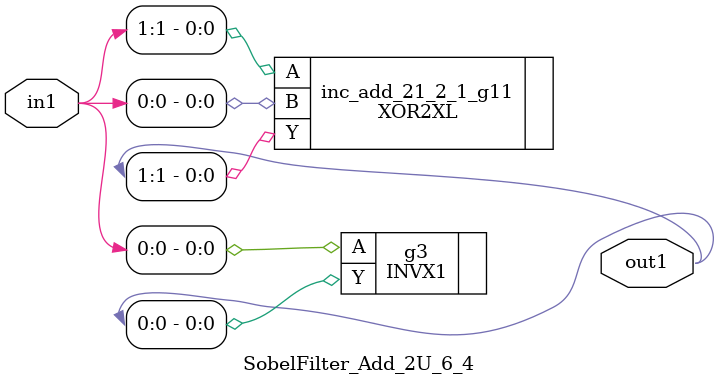
<source format=v>
`timescale 1ps / 1ps


module SobelFilter_Add_2U_6_4(in1, out1);
  input [1:0] in1;
  output [1:0] out1;
  wire [1:0] in1;
  wire [1:0] out1;
  INVX1 g3(.A (in1[0]), .Y (out1[0]));
  XOR2XL inc_add_21_2_1_g11(.A (in1[1]), .B (in1[0]), .Y (out1[1]));
endmodule



</source>
